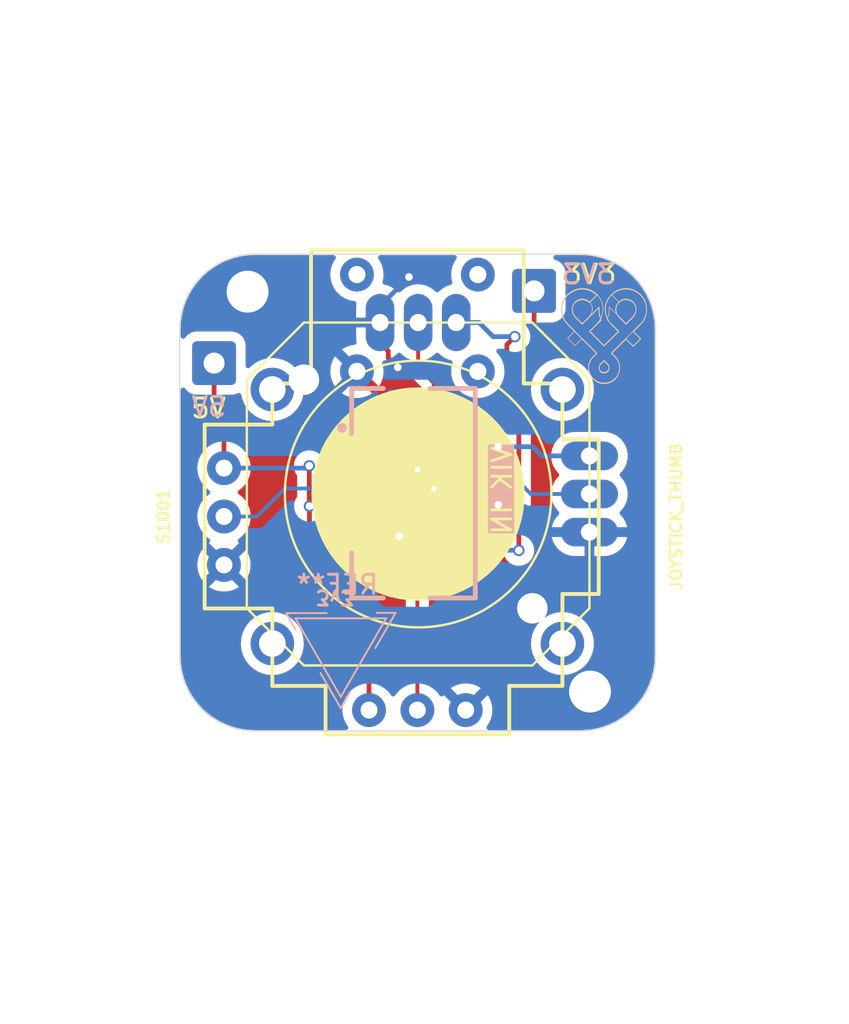
<source format=kicad_pcb>
(kicad_pcb (version 20221018) (generator pcbnew)
  (layers (0 "F.Cu" signal) (31 "B.Cu" signal) (34 "B.Paste" user) (35 "F.Paste" user) (36 "B.SilkS" user "B.Silkscreen") (37 "F.SilkS" user "F.Silkscreen") (38 "B.Mask" user) (39 "F.Mask" user) (44 "Edge.Cuts" user))
  (net 0 "")
  (net 1 "GND")
  (net 2 "VDD_5V")
  (net 3 "VDD_3.3V")
  (net 4 "SCLK")
  (net 5 "MOSI")
  (net 6 "MISO")
  (net 8 "RGB_LED_IN")
  (net 9 "CS")
  (net 10 "GPIO_AD2")
  (net 11 "GPIO_AD1")
  (net 12 "SCL")
  (net 13 "SDA")
  (footprint "local:sparkfun_9032_joystick_thumb" (layer "F.Cu") (at 81.569194 111.984771)
    (fp_text reference "S1001" (at -13.335 0 90) (layer "F.SilkS") (effects (font (size 0.6096 0.6096) (thickness 0.127))))
    (fp_text value "JOYSTICK_THUMB" (at 13.589 0 90) (layer "F.SilkS") (effects (font (size 0.6096 0.6096) (thickness 0.127))))
    (fp_line (start -11.176 -4.826) (end -11.176 4.826) (stroke (width 0.2032)) (layer "F.SilkS"))
    (fp_line (start -7.62 -4.826) (end -11.176 -4.826) (stroke (width 0.2032)) (layer "F.SilkS"))
    (fp_line (start -7.62 -4.826) (end -7.62 -6.985) (stroke (width 0.2032)) (layer "F.SilkS"))
    (fp_line (start -7.62 4.826) (end -11.176 4.826) (stroke (width 0.2032)) (layer "F.SilkS"))
    (fp_line (start -7.62 4.826) (end -7.62 8.89) (stroke (width 0.2032)) (layer "F.SilkS"))
    (fp_line (start -5.588 -13.97) (end -5.588 -6.985) (stroke (width 0.2032)) (layer "F.SilkS"))
    (fp_line (start -5.588 -6.985) (end -7.62 -6.985) (stroke (width 0.2032)) (layer "F.SilkS"))
    (fp_line (start -4.826 8.89) (end -7.62 8.89) (stroke (width 0.2032)) (layer "F.SilkS"))
    (fp_line (start -4.826 11.43) (end -4.826 8.89) (stroke (width 0.2032)) (layer "F.SilkS"))
    (fp_line (start 4.826 8.89) (end 7.62 8.89) (stroke (width 0.2032)) (layer "F.SilkS"))
    (fp_line (start 4.826 11.43) (end -4.826 11.43) (stroke (width 0.2032)) (layer "F.SilkS"))
    (fp_line (start 4.826 11.43) (end 4.826 8.89) (stroke (width 0.2032)) (layer "F.SilkS"))
    (fp_line (start 5.588 -13.97) (end -5.588 -13.97) (stroke (width 0.2032)) (layer "F.SilkS"))
    (fp_line (start 5.588 -13.97) (end 5.588 -6.985) (stroke (width 0.2032)) (layer "F.SilkS"))
    (fp_line (start 7.62 -6.985) (end 5.588 -6.985) (stroke (width 0.2032)) (layer "F.SilkS"))
    (fp_line (start 7.62 -4.064) (end 7.62 -6.985) (stroke (width 0.2032)) (layer "F.SilkS"))
    (fp_line (start 7.62 -4.064) (end 9.525 -4.064) (stroke (width 0.2032)) (layer "F.SilkS"))
    (fp_line (start 7.62 4.064) (end 7.62 8.89) (stroke (width 0.2032)) (layer "F.SilkS"))
    (fp_line (start 7.62 4.064) (end 9.525 4.064) (stroke (width 0.2032)) (layer "F.SilkS"))
    (fp_line (start 9.525 -4.064) (end 9.525 4.064) (stroke (width 0.2032)) (layer "F.SilkS"))
    (fp_circle (center 0 0) (end 0 -0.635) (stroke (width 0.2032)) (fill none) (layer "F.SilkS"))
    (pad "B1A" thru_hole circle (at -3.175 -12.7) (size 1.778 1.778) (drill 0.89916) (layers "*.Cu" "*.Mask"))
    (pad "B1B" thru_hole circle (at 3.175 -12.7) (size 1.778 1.778) (drill 0.89916) (layers "*.Cu" "*.Mask"))
    (pad "B2A" thru_hole circle (at -3.175 -7.62) (size 1.778 1.778) (drill 0.89916) (layers "*.Cu" "*.Mask") (net 1 "GND"))
    (pad "B2B" thru_hole circle (at 3.175 -7.62) (size 1.778 1.778) (drill 0.89916) (layers "*.Cu" "*.Mask"))
    (pad "H1" thru_hole circle (at -2.54 10.16) (size 1.778 1.778) (drill 0.889) (layers "*.Cu" "*.Mask") (net 2 "VDD_5V"))
    (pad "H2" thru_hole circle (at 0 10.16) (size 1.778 1.778) (drill 0.889) (layers "*.Cu" "*.Mask") (net 10 "GPIO_AD2"))
    (pad "H3" thru_hole circle (at 2.54 10.16) (size 1.778 1.778) (drill 0.889) (layers "*.Cu" "*.Mask") (net 1 "GND"))
    (pad "MOUN" thru_hole circle (at -7.62 -6.6675) (size 2.286 2.286) (drill 1.397) (layers "*.Cu" "*.Mask"))
    (pad "MOUN" thru_hole circle (at -7.62 6.6675) (size 2.286 2.286) (drill 1.397) (layers "*.Cu" "*.Mask"))
    (pad "MOUN" thru_hole circle (at 7.62 -6.6675) (size 2.286 2.286) (drill 1.397) (layers "*.Cu" "*.Mask"))
    (pad "MOUN" thru_hole circle (at 7.62 6.6675) (size 2.286 2.286) (drill 1.397) (layers "*.Cu" "*.Mask"))
    (pad "V1" thru_hole circle (at -10.16 -2.54) (size 1.778 1.778) (drill 0.889) (layers "*.Cu" "*.Mask") (net 2 "VDD_5V"))
    (pad "V2" thru_hole circle (at -10.16 0) (size 1.778 1.778) (drill 0.889) (layers "*.Cu" "*.Mask") (net 11 "GPIO_AD1"))
    (pad "V3" thru_hole circle (at -10.16 2.54) (size 1.778 1.778) (drill 0.889) (layers "*.Cu" "*.Mask") (net 1 "GND"))
  )
  (footprint "MountingHole:MountingHole_2.2mm_M2_ISO7380" (layer "F.Cu") (at 72.648 100.181999)
    (fp_text reference "REF**" hide)
    (fp_text value "MountingHole_2.2mm_M2_ISO7380")
    (pad "" np_thru_hole circle (at 0 0) (size 2.2 2.2) (drill 2.2) (layers "*.Cu" "*.Mask"))
  )
  (footprint "local:fingerpunch-logo-small" (layer "F.Cu") (at 91.379194 102.322271)
    (fp_text reference "REF**" hide)
    (fp_text value "fingerpunch-logo-small" hide)
    (fp_line (start -2.235199 -1.193481) (end -2.21435 -0.979777) (stroke (width 0.04)) (layer "F.SilkS"))
    (fp_line (start -2.21435 -1.407105) (end -2.235199 -1.193481) (stroke (width 0.04)) (layer "F.SilkS"))
    (fp_line (start -2.21435 -0.979777) (end -2.153072 -0.777133) (stroke (width 0.04)) (layer "F.SilkS"))
    (fp_line (start -2.153073 -1.609617) (end -2.21435 -1.407105) (stroke (width 0.04)) (layer "F.SilkS"))
    (fp_line (start -2.153072 -0.777133) (end -2.053272 -0.59047) (stroke (width 0.04)) (layer "F.SilkS"))
    (fp_line (start -2.053272 -1.796253) (end -2.153073 -1.609617) (stroke (width 0.04)) (layer "F.SilkS"))
    (fp_line (start -2.053272 -0.59047) (end -1.916853 -0.424709) (stroke (width 0.04)) (layer "F.SilkS"))
    (fp_line (start -1.916853 -1.962253) (end -2.053272 -1.796253) (stroke (width 0.04)) (layer "F.SilkS"))
    (fp_line (start -1.916853 -0.424709) (end -0.390027 1.102123) (stroke (width 0.04)) (layer "F.SilkS"))
    (fp_line (start -1.746444 -2.101345) (end -1.916853 -1.962253) (stroke (width 0.04)) (layer "F.SilkS"))
    (fp_line (start -1.683736 -1.193481) (end -1.643167 -1.398727) (stroke (width 0.04)) (layer "F.SilkS"))
    (fp_line (start -1.643167 -1.398727) (end -1.526821 -1.572223) (stroke (width 0.04)) (layer "F.SilkS"))
    (fp_line (start -1.643167 -0.988447) (end -1.683736 -1.193481) (stroke (width 0.04)) (layer "F.SilkS"))
    (fp_line (start -1.557302 -2.200696) (end -1.746444 -2.101345) (stroke (width 0.04)) (layer "F.SilkS"))
    (fp_line (start -1.526821 -1.572223) (end -1.349639 -1.689698) (stroke (width 0.04)) (layer "F.SilkS"))
    (fp_line (start -1.526821 -0.814739) (end -1.643167 -0.988447) (stroke (width 0.04)) (layer "F.SilkS"))
    (fp_line (start -1.355672 -2.260306) (end -1.557302 -2.200696) (stroke (width 0.04)) (layer "F.SilkS"))
    (fp_line (start -1.349639 -1.689698) (end -1.147797 -1.728856) (stroke (width 0.04)) (layer "F.SilkS"))
    (fp_line (start -1.148079 -0.435997) (end -1.526821 -0.814739) (stroke (width 0.04)) (layer "F.SilkS"))
    (fp_line (start -1.147798 -2.280176) (end -1.355672 -2.260306) (stroke (width 0.04)) (layer "F.SilkS"))
    (fp_line (start -1.147797 -1.728856) (end -0.945955 -1.689698) (stroke (width 0.04)) (layer "F.SilkS"))
    (fp_line (start -0.945955 -1.689698) (end -0.768773 -1.572223) (stroke (width 0.04)) (layer "F.SilkS"))
    (fp_line (start -0.939924 -2.260306) (end -1.147798 -2.280176) (stroke (width 0.04)) (layer "F.SilkS"))
    (fp_line (start -0.816182 1.867226) (end -0.801259 2.023394) (stroke (width 0.04)) (layer "F.SilkS"))
    (fp_line (start -0.801259 1.711059) (end -0.816182 1.867226) (stroke (width 0.04)) (layer "F.SilkS"))
    (fp_line (start -0.801259 2.023394) (end -0.756492 2.174866) (stroke (width 0.04)) (layer "F.SilkS"))
    (fp_line (start -0.768773 -1.572223) (end -0.378743 -1.962253) (stroke (width 0.04)) (layer "F.SilkS"))
    (fp_line (start -0.757487 -0.045957) (end -0.160869 -0.642575) (stroke (width 0.04)) (layer "F.SilkS"))
    (fp_line (start -0.756492 1.559587) (end -0.801259 1.711059) (stroke (width 0.04)) (layer "F.SilkS"))
    (fp_line (start -0.756492 2.174866) (end -0.68188 2.316945) (stroke (width 0.04)) (layer "F.SilkS"))
    (fp_line (start -0.738294 -2.200696) (end -0.939924 -2.260306) (stroke (width 0.04)) (layer "F.SilkS"))
    (fp_line (start -0.68188 1.417508) (end -0.756492 1.559587) (stroke (width 0.04)) (layer "F.SilkS"))
    (fp_line (start -0.68188 2.316945) (end -0.577422 2.444934) (stroke (width 0.04)) (layer "F.SilkS"))
    (fp_line (start -0.577422 1.289518) (end -0.68188 1.417508) (stroke (width 0.04)) (layer "F.SilkS"))
    (fp_line (start -0.577422 2.444934) (end -0.449408 2.549392) (stroke (width 0.04)) (layer "F.SilkS"))
    (fp_line (start -0.549152 -2.101345) (end -0.738294 -2.200696) (stroke (width 0.04)) (layer "F.SilkS"))
    (fp_line (start -0.449408 2.549392) (end -0.307265 2.624004) (stroke (width 0.04)) (layer "F.SilkS"))
    (fp_line (start -0.390027 1.102123) (end -0.577422 1.289518) (stroke (width 0.04)) (layer "F.SilkS"))
    (fp_line (start -0.378743 -1.962253) (end -0.549152 -2.101345) (stroke (width 0.04)) (layer "F.SilkS"))
    (fp_line (start -0.307265 2.624004) (end -0.155704 2.668772) (stroke (width 0.04)) (layer "F.SilkS"))
    (fp_line (start -0.273758 -1.202503) (end -0.268113 -1.315956) (stroke (width 0.04)) (layer "F.SilkS"))
    (fp_line (start -0.268113 -1.315956) (end -1.148079 -0.435997) (stroke (width 0.04)) (layer "F.SilkS"))
    (fp_line (start -0.264873 1.867783) (end -0.245505 1.767806) (stroke (width 0.04)) (layer "F.SilkS"))
    (fp_line (start -0.245505 1.767806) (end -0.187403 1.680105) (stroke (width 0.04)) (layer "F.SilkS"))
    (fp_line (start -0.245505 1.967761) (end -0.264873 1.867783) (stroke (width 0.04)) (layer "F.SilkS"))
    (fp_line (start -0.245465 -0.914707) (end -0.273758 -1.202503) (stroke (width 0.04)) (layer "F.SilkS"))
    (fp_line (start -0.187403 1.680105) (end -0.000008 1.49271) (stroke (width 0.04)) (layer "F.SilkS"))
    (fp_line (start -0.187403 2.055461) (end -0.245505 1.967761) (stroke (width 0.04)) (layer "F.SilkS"))
    (fp_line (start -0.160869 -0.642575) (end -0.245465 -0.914707) (stroke (width 0.04)) (layer "F.SilkS"))
    (fp_line (start -0.155704 2.668772) (end 0.000568 2.683694) (stroke (width 0.04)) (layer "F.SilkS"))
    (fp_line (start -0.100496 2.111976) (end -0.187403 2.055461) (stroke (width 0.04)) (layer "F.SilkS"))
    (fp_line (start -0.000008 1.49271) (end 0.187388 1.680105) (stroke (width 0.04)) (layer "F.SilkS"))
    (fp_line (start -0.000007 0.712083) (end -0.757487 -0.045957) (stroke (width 0.04)) (layer "F.SilkS"))
    (fp_line (start -0.000007 0.712083) (end -0.000007 0.712083) (stroke (width 0.04)) (layer "F.SilkS"))
    (fp_line (start 0.000275 2.130814) (end -0.100496 2.111976) (stroke (width 0.04)) (layer "F.SilkS"))
    (fp_line (start 0.000568 2.683694) (end 0.15676 2.668772) (stroke (width 0.04)) (layer "F.SilkS"))
    (fp_line (start 0.056445 -1.200806) (end 0.097649 -0.901086) (stroke (width 0.04)) (layer "F.SilkS"))
    (fp_line (start 0.072919 -1.387735) (end 0.056445 -1.200806) (stroke (width 0.04)) (layer "F.SilkS"))
    (fp_line (start 0.097649 -0.901086) (end 0.204682 -0.648286) (stroke (width 0.04)) (layer "F.SilkS"))
    (fp_line (start 0.101046 2.111976) (end 0.000275 2.130814) (stroke (width 0.04)) (layer "F.SilkS"))
    (fp_line (start 0.120509 -1.566355) (end 0.072919 -1.387735) (stroke (width 0.04)) (layer "F.SilkS"))
    (fp_line (start 0.15676 2.668772) (end 0.30819 2.624004) (stroke (width 0.04)) (layer "F.SilkS"))
    (fp_line (start 0.187388 1.680105) (end 0.245821 1.767726) (stroke (width 0.04)) (layer "F.SilkS"))
    (fp_line (start 0.187953 2.055461) (end 0.101046 2.111976) (stroke (width 0.04)) (layer "F.SilkS"))
    (fp_line (start 0.187953 2.055461) (end 0.187953 2.055461) (stroke (width 0.04)) (layer "F.SilkS"))
    (fp_line (start 0.197732 -1.733651) (end 0.120509 -1.566355) (stroke (width 0.04)) (layer "F.SilkS"))
    (fp_line (start 0.204682 -0.648286) (end 0.374791 -0.428082) (stroke (width 0.04)) (layer "F.SilkS"))
    (fp_line (start 0.245821 1.767726) (end 0.265357 1.867571) (stroke (width 0.04)) (layer "F.SilkS"))
    (fp_line (start 0.24605 1.967522) (end 0.187953 2.055461) (stroke (width 0.04)) (layer "F.SilkS"))
    (fp_line (start 0.265357 1.867571) (end 0.24605 1.967522) (stroke (width 0.04)) (layer "F.SilkS"))
    (fp_line (start 0.303107 -1.886606) (end 0.197732 -1.733651) (stroke (width 0.04)) (layer "F.SilkS"))
    (fp_line (start 0.30819 2.624004) (end 0.450306 2.549392) (stroke (width 0.04)) (layer "F.SilkS"))
    (fp_line (start 0.374791 -0.428082) (end 0.757485 -0.045388) (stroke (width 0.04)) (layer "F.SilkS"))
    (fp_line (start 0.379871 -1.971273) (end 0.303107 -1.886606) (stroke (width 0.04)) (layer "F.SilkS"))
    (fp_line (start 0.390033 1.102123) (end 1.148081 0.344075) (stroke (width 0.04)) (layer "F.SilkS"))
    (fp_line (start 0.450306 2.549392) (end 0.578558 2.444934) (stroke (width 0.04)) (layer "F.SilkS"))
    (fp_line (start 0.550178 -2.108433) (end 0.379871 -1.971273) (stroke (width 0.04)) (layer "F.SilkS"))
    (fp_line (start 0.578558 1.289518) (end 0.390033 1.102123) (stroke (width 0.04)) (layer "F.SilkS"))
    (fp_line (start 0.578558 2.444934) (end 0.683015 2.316945) (stroke (width 0.04)) (layer "F.SilkS"))
    (fp_line (start 0.609042 -1.199689) (end 0.641215 -1.378053) (stroke (width 0.04)) (layer "F.SilkS"))
    (fp_line (start 0.641215 -1.378053) (end 0.730962 -1.534405) (stroke (width 0.04)) (layer "F.SilkS"))
    (fp_line (start 0.649188 -0.993314) (end 0.609042 -1.199689) (stroke (width 0.04)) (layer "F.SilkS"))
    (fp_line (start 0.683015 1.417508) (end 0.578558 1.289518) (stroke (width 0.04)) (layer "F.SilkS"))
    (fp_line (start 0.683015 2.316945) (end 0.757627 2.174866) (stroke (width 0.04)) (layer "F.SilkS"))
    (fp_line (start 0.730962 -1.534405) (end 0.768215 -1.578996) (stroke (width 0.04)) (layer "F.SilkS"))
    (fp_line (start 0.739025 -2.206223) (end 0.550178 -2.108433) (stroke (width 0.04)) (layer "F.SilkS"))
    (fp_line (start 0.757485 -0.045388) (end -0.000007 0.712083) (stroke (width 0.04)) (layer "F.SilkS"))
    (fp_line (start 0.757627 1.559587) (end 0.683015 1.417508) (stroke (width 0.04)) (layer "F.SilkS"))
    (fp_line (start 0.757627 2.174866) (end 0.802395 2.023394) (stroke (width 0.04)) (layer "F.SilkS"))
    (fp_line (start 0.765957 -0.818689) (end 0.649188 -0.993314) (stroke (width 0.04)) (layer "F.SilkS"))
    (fp_line (start 0.768215 -1.578996) (end 0.769344 -1.580125) (stroke (width 0.04)) (layer "F.SilkS"))
    (fp_line (start 0.769344 -1.580125) (end 0.94411 -1.694213) (stroke (width 0.04)) (layer "F.SilkS"))
    (fp_line (start 0.802395 1.711059) (end 0.757627 1.559587) (stroke (width 0.04)) (layer "F.SilkS"))
    (fp_line (start 0.802395 2.023394) (end 0.817317 1.867226) (stroke (width 0.04)) (layer "F.SilkS"))
    (fp_line (start 0.817317 1.867226) (end 0.802395 1.711059) (stroke (width 0.04)) (layer "F.SilkS"))
    (fp_line (start 0.940189 -2.264643) (end 0.739025 -2.206223) (stroke (width 0.04)) (layer "F.SilkS"))
    (fp_line (start 0.94411 -1.694213) (end 1.143006 -1.732525) (stroke (width 0.04)) (layer "F.SilkS"))
    (fp_line (start 1.143006 -1.732525) (end 1.347052 -1.692661) (stroke (width 0.04)) (layer "F.SilkS"))
    (fp_line (start 1.147444 -2.283693) (end 0.940189 -2.264643) (stroke (width 0.04)) (layer "F.SilkS"))
    (fp_line (start 1.148081 0.344075) (end 1.526823 0.722817) (stroke (width 0.04)) (layer "F.SilkS"))
    (fp_line (start 1.148651 -0.435995) (end 0.765957 -0.818689) (stroke (width 0.04)) (layer "F.SilkS"))
    (fp_line (start 1.347052 -1.692661) (end 1.527392 -1.572787) (stroke (width 0.04)) (layer "F.SilkS"))
    (fp_line (start 1.354568 -2.263373) (end 1.147444 -2.283693) (stroke (width 0.04)) (layer "F.SilkS"))
    (fp_line (start 1.526823 0.722817) (end 1.916853 0.332787) (stroke (width 0.04)) (layer "F.SilkS"))
    (fp_line (start 1.527392 -1.572787) (end 1.643738 -1.399079) (stroke (width 0.04)) (layer "F.SilkS"))
    (fp_line (start 1.527393 -0.814737) (end 1.148651 -0.435995) (stroke (width 0.04)) (layer "F.SilkS"))
    (fp_line (start 1.527393 -0.814737) (end 1.527393 -0.814737) (stroke (width 0.04)) (layer "F.SilkS"))
    (fp_line (start 1.538111 -0.045955) (end 1.916853 -0.424697) (stroke (width 0.04)) (layer "F.SilkS"))
    (fp_line (start 1.555334 -2.203683) (end 1.354568 -2.263373) (stroke (width 0.04)) (layer "F.SilkS"))
    (fp_line (start 1.643733 -0.98894) (end 1.527393 -0.814737) (stroke (width 0.04)) (layer "F.SilkS"))
    (fp_line (start 1.643738 -1.399079) (end 1.684307 -1.194045) (stroke (width 0.04)) (layer "F.SilkS"))
    (fp_line (start 1.684307 -1.194045) (end 1.643733 -0.98894) (stroke (width 0.04)) (layer "F.SilkS"))
    (fp_line (start 1.74352 -2.104623) (end 1.555334 -2.203683) (stroke (width 0.04)) (layer "F.SilkS"))
    (fp_line (start 1.912901 -1.966193) (end 1.74352 -2.104623) (stroke (width 0.04)) (layer "F.SilkS"))
    (fp_line (start 1.916853 -0.424697) (end 2.053272 -0.590697) (stroke (width 0.04)) (layer "F.SilkS"))
    (fp_line (start 1.916853 0.332787) (end 1.538111 -0.045955) (stroke (width 0.04)) (layer "F.SilkS"))
    (fp_line (start 2.051605 -1.798148) (end 1.912901 -1.966193) (stroke (width 0.04)) (layer "F.SilkS"))
    (fp_line (start 2.053272 -0.590697) (end 2.153073 -0.777333) (stroke (width 0.04)) (layer "F.SilkS"))
    (fp_line (start 2.152578 -1.610311) (end 2.051605 -1.798148) (stroke (width 0.04)) (layer "F.SilkS"))
    (fp_line (start 2.153073 -0.777333) (end 2.21435 -0.979845) (stroke (width 0.04)) (layer "F.SilkS"))
    (fp_line (start 2.214288 -1.407234) (end 2.152578 -1.610311) (stroke (width 0.04)) (layer "F.SilkS"))
    (fp_line (start 2.21435 -0.979845) (end 2.235199 -1.193469) (stroke (width 0.04)) (layer "F.SilkS"))
    (fp_line (start 2.235199 -1.193469) (end 2.214288 -1.407234) (stroke (width 0.04)) (layer "F.SilkS"))
  )
  (footprint "" (layer "F.Cu") (at 81.648 100.181999)
    (fp_text reference "" (at 0 0) (layer "F.SilkS") (effects (font (size 1.27 1.27))))
    (fp_text value "" (at 0 0) (layer "F.SilkS") (effects (font (size 1.27 1.27))))
  )
  (footprint "" (layer "F.Cu") (at 81.648 100.181999)
    (fp_text reference "" (at 0 0) (layer "F.SilkS") (effects (font (size 1.27 1.27))))
    (fp_text value "" (at 0 0) (layer "F.SilkS") (effects (font (size 1.27 1.27))))
  )
  (footprint "local:joystick_analog_xy" (layer "F.Cu") (at 81.609194 110.802271)
    (fp_text reference "JOY1001" hide)
    (fp_text value "JOYSTICK_ANALOG_XY" hide)
    (fp_line (start -9 -6) (end -6 -9) (stroke (width 0.127)) (layer "F.SilkS"))
    (fp_line (start -9 6) (end -9 -6) (stroke (width 0.127)) (layer "F.SilkS"))
    (fp_line (start -6 -9) (end 6 -9) (stroke (width 0.127)) (layer "F.SilkS"))
    (fp_line (start -6 9) (end -9 6) (stroke (width 0.127)) (layer "F.SilkS"))
    (fp_line (start 6 -9) (end 9 -6) (stroke (width 0.127)) (layer "F.SilkS"))
    (fp_line (start 6 9) (end -6 9) (stroke (width 0.127)) (layer "F.SilkS"))
    (fp_line (start 9 -6) (end 9 6) (stroke (width 0.127)) (layer "F.SilkS"))
    (fp_line (start 9 6) (end 6 9) (stroke (width 0.127)) (layer "F.SilkS"))
    (fp_circle (center 0 0) (end 7 0) (stroke (width 0.127)) (fill none) (layer "F.SilkS"))
    (fp_poly (pts (xy 0 -5.6) (xy 0.488072 -5.57869) (xy 0.97243 -5.514923) (xy 1.449387 -5.409185) (xy 1.915313 -5.262279) (xy 2.366662 -5.075324) (xy 2.8 -4.849742) (xy 3.212028 -4.587251) (xy 3.599611 -4.289849) (xy 3.959798 -3.959798) (xy 4.289849 -3.599611) (xy 4.587251 -3.212028) (xy 4.849742 -2.8) (xy 5.075324 -2.366662) (xy 5.262279 -1.915313) (xy 5.409185 -1.449387) (xy 5.514923 -0.97243) (xy 5.57869 -0.488072) (xy 5.6 0) (xy 5.57869 0.488072) (xy 5.514923 0.97243) (xy 5.409185 1.449387) (xy 5.262279 1.915313) (xy 5.075324 2.366662) (xy 4.849742 2.8) (xy 4.587251 3.212028) (xy 4.289849 3.599611) (xy 3.959798 3.959798) (xy 3.599611 4.289849) (xy 3.212028 4.587251) (xy 2.8 4.849742) (xy 2.366662 5.075324) (xy 1.915313 5.262279) (xy 1.449387 5.409185) (xy 0.97243 5.514923) (xy 0.488072 5.57869) (xy 0 5.6) (xy -0.488072 5.57869) (xy -0.97243 5.514923) (xy -1.449387 5.409185) (xy -1.915313 5.262279) (xy -2.366662 5.075324) (xy -2.8 4.849742) (xy -3.212028 4.587251) (xy -3.599611 4.289849) (xy -3.959798 3.959798) (xy -4.289849 3.599611) (xy -4.587251 3.212028) (xy -4.849742 2.8) (xy -5.075324 2.366662) (xy -5.262279 1.915313) (xy -5.409185 1.449387) (xy -5.514923 0.97243) (xy -5.57869 0.488072) (xy -5.6 0) (xy -5.57869 -0.488072) (xy -5.514923 -0.97243) (xy -5.409185 -1.449387) (xy -5.262279 -1.915313) (xy -5.075324 -2.366662) (xy -4.849742 -2.8) (xy -4.587251 -3.212028) (xy -4.289849 -3.599611) (xy -3.959798 -3.959798) (xy -3.599611 -4.289849) (xy -3.212028 -4.587251) (xy -2.8 -4.849742) (xy -2.366662 -5.075324) (xy -1.915313 -5.262279) (xy -1.449387 -5.409185) (xy -0.97243 -5.514923) (xy -0.488072 -5.57869)) (fill solid) (layer "F.SilkS"))
    (pad "" np_thru_hole circle (at -6 -6) (size 1.6 1.6) (drill 1.6) (layers "*.Cu" "*.Mask"))
    (pad "" np_thru_hole circle (at 6 6) (size 1.6 1.6) (drill 1.6) (layers "*.Cu" "*.Mask"))
    (pad "X" thru_hole oval (at 0 -9 90) (size 3 1.5) (drill 0.9) (layers "*.Cu" "*.Mask") (net 11 "GPIO_AD1"))
    (pad "X+" thru_hole oval (at 2 -9 90) (size 3 1.5) (drill 0.9) (layers "*.Cu" "*.Mask") (net 2 "VDD_5V"))
    (pad "X-" thru_hole oval (at -2 -9 90) (size 3 1.5) (drill 0.9) (layers "*.Cu" "*.Mask") (net 1 "GND"))
    (pad "Y" thru_hole oval (at 9 0) (size 3 1.5) (drill 0.9) (layers "*.Cu" "*.Mask") (net 10 "GPIO_AD2"))
    (pad "Y+" thru_hole oval (at 9 -2) (size 3 1.5) (drill 0.9) (layers "*.Cu" "*.Mask") (net 2 "VDD_5V"))
    (pad "Y-" thru_hole oval (at 9 2) (size 3 1.5) (drill 0.9) (layers "*.Cu" "*.Mask") (net 1 "GND"))
  )
  (footprint "MountingHole:MountingHole_2.2mm_M2_ISO7380" (layer "F.Cu") (at 90.638 121.171999 90)
    (fp_text reference "REF**" hide)
    (fp_text value "MountingHole_2.2mm_M2_ISO7380")
    (pad "" np_thru_hole circle (at 0 0 90) (size 2.2 2.2) (drill 2.2) (layers "*.Cu" "*.Mask"))
  )
  (footprint "Connector_Wire:SolderWire-0.5sqmm_1x01_D0.9mm_OD2.3mm" (layer "F.Cu") (at 87.699194 100.142271)
    (fp_text reference "J1001" hide)
    (fp_text value "Conn_01x01_Socket" hide)
    (pad "1" thru_hole roundrect (at 0 0) (size 2.3 2.3) (drill 1.1) (layers "*.Cu" "*.Mask") (roundrect_rratio 0.108696087) (net 3 "VDD_3.3V"))
  )
  (footprint "Connector_Wire:SolderWire-0.5sqmm_1x01_D0.9mm_OD2.3mm" (layer "F.Cu") (at 70.889194 103.932271)
    (fp_text reference "J1007" hide)
    (fp_text value "Conn_01x01_Socket" hide)
    (pad "1" thru_hole roundrect (at 0 0) (size 2.3 2.3) (drill 1.1) (layers "*.Cu" "*.Mask") (roundrect_rratio 0.108696087) (net 2 "VDD_5V"))
  )
  (footprint "vik:vik-logo-small" (layer "B.Cu") (at 77.543971 118.847888 180)
    (fp_text reference "REF**" (at 0.18 3.29 unlocked) (layer "B.SilkS") (effects (justify mirror)))
    (fp_text value "vik-logo-small")
    (fp_line (start -2.880161 1.806346) (end -1.892323 1.805976) (stroke (width 0.1)) (layer "B.SilkS"))
    (fp_line (start -2.383804 1.52) (end 2.38 1.52) (stroke (width 0.1)) (layer "B.SilkS"))
    (fp_line (start -1.815689 -0.036813) (end -2.880161 1.806346) (stroke (width 0.1)) (layer "B.SilkS"))
    (fp_line (start -0.001902 -2.605575) (end -2.383804 1.52) (stroke (width 0.1)) (layer "B.SilkS"))
    (fp_line (start 0.000114 -3.195112) (end -0.493459 -2.339419) (stroke (width 0.1)) (layer "B.SilkS"))
    (fp_line (start 0.741256 1.793386) (end 2.869715 1.793686) (stroke (width 0.1)) (layer "B.SilkS"))
    (fp_line (start 1.064084 -1.351662) (end 0.000114 -3.195112) (stroke (width 0.1)) (layer "B.SilkS"))
    (fp_line (start 2.38 1.52) (end -0.001902 -2.605575) (stroke (width 0.1)) (layer "B.SilkS"))
    (fp_line (start 2.869715 1.793686) (end 2.375449 0.938393) (stroke (width 0.1)) (layer "B.SilkS"))
  )
  (footprint "vik:vik-module-connector-horizontal" (layer "B.Cu") (at 80.317194 110.762271 -90)
    (fp_text reference "J1003" hide)
    (fp_text value "~" hide)
    (fp_text user "VIK IN" (at -2.56 -6.282 90 unlocked) (layer "B.SilkS" knockout) (effects (justify left bottom mirror)))
    (fp_text user "3v3" (at 5.02 4.158 180 unlocked) (layer "B.SilkS") (effects (font (size 0.75 0.75)) (justify left bottom mirror)))
    (fp_line (start -5.5 -4.295) (end -5.5 -1.912) (stroke (width 0.254)) (layer "B.SilkS"))
    (fp_line (start -5.5 0.539) (end -5.5 2.2) (stroke (width 0.254)) (layer "B.SilkS"))
    (fp_line (start -5.5 2.2) (end -3.131 2.2) (stroke (width 0.254)) (layer "B.SilkS"))
    (fp_line (start 5.5 -4.295) (end -5.5 -4.295) (stroke (width 0.254)) (layer "B.SilkS"))
    (fp_line (start 5.5 -4.295) (end 5.5 -1.912) (stroke (width 0.254)) (layer "B.SilkS"))
    (fp_line (start 5.5 0.539) (end 5.5 2.2) (stroke (width 0.254)) (layer "B.SilkS"))
    (fp_line (start 5.5 2.2) (end 3.131 2.2) (stroke (width 0.254)) (layer "B.SilkS"))
    (fp_circle (center -3.429 2.708) (end -3.302 2.708) (stroke (width 0.254)) (fill none) (layer "B.SilkS"))
    (pad "1" smd rect (at -2.75 2.038 270) (size 0.28 1.25) (layers "B.Cu" "B.Paste" "B.Mask") (net 4 "SCLK"))
    (pad "2" smd rect (at -2.25 2.038 270) (size 0.28 1.25) (layers "B.Cu" "B.Paste" "B.Mask") (net 6 "MISO"))
    (pad "3" smd rect (at -1.75 2.038 270) (size 0.28 1.25) (layers "B.Cu" "B.Paste" "B.Mask") (net 9 "CS"))
    (pad "4" smd rect (at -1.25 2.038 270) (size 0.28 1.25) (layers "B.Cu" "B.Paste" "B.Mask") (net 10 "GPIO_AD2"))
    (pad "5" smd rect (at -0.75 2.038 270) (size 0.28 1.25) (layers "B.Cu" "B.Paste" "B.Mask") (net 5 "MOSI"))
    (pad "6" smd rect (at -0.25 2.038 270) (size 0.28 1.25) (layers "B.Cu" "B.Paste" "B.Mask") (net 11 "GPIO_AD1"))
    (pad "7" smd rect (at 0.25 2.038 270) (size 0.28 1.25) (layers "B.Cu" "B.Paste" "B.Mask") (net 2 "VDD_5V"))
    (pad "8" smd rect (at 0.75 2.038 270) (size 0.28 1.25) (layers "B.Cu" "B.Paste" "B.Mask") (net 8 "RGB_LED_IN"))
    (pad "9" smd rect (at 1.25 2.038 270) (size 0.28 1.25) (layers "B.Cu" "B.Paste" "B.Mask") (net 12 "SCL"))
    (pad "10" smd rect (at 1.75 2.038 270) (size 0.28 1.25) (layers "B.Cu" "B.Paste" "B.Mask") (net 13 "SDA"))
    (pad "11" smd rect (at 2.25 2.038 270) (size 0.28 1.25) (layers "B.Cu" "B.Paste" "B.Mask") (net 1 "GND"))
    (pad "12" smd rect (at 2.75 2.038 270) (size 0.28 1.25) (layers "B.Cu" "B.Paste" "B.Mask") (net 3 "VDD_3.3V"))
    (pad "13" smd rect (at 4.55 -0.686 270) (size 1.8 2) (layers "B.Cu" "B.Paste" "B.Mask"))
    (pad "14" smd rect (at -4.55 -0.686 270) (size 1.8 2) (layers "B.Cu" "B.Paste" "B.Mask"))
  )
  (footprint "local:fingerpunch-logo-small" (layer "B.Cu") (at 91.379194 102.292271 180)
    (fp_text reference "REF**" hide)
    (fp_text value "fingerpunch-logo-small" hide)
    (fp_line (start -2.235199 1.193481) (end -2.21435 0.979777) (stroke (width 0.04)) (layer "B.SilkS"))
    (fp_line (start -2.21435 0.979777) (end -2.153072 0.777133) (stroke (width 0.04)) (layer "B.SilkS"))
    (fp_line (start -2.21435 1.407105) (end -2.235199 1.193481) (stroke (width 0.04)) (layer "B.SilkS"))
    (fp_line (start -2.153073 1.609617) (end -2.21435 1.407105) (stroke (width 0.04)) (layer "B.SilkS"))
    (fp_line (start -2.153072 0.777133) (end -2.053272 0.59047) (stroke (width 0.04)) (layer "B.SilkS"))
    (fp_line (start -2.053272 0.59047) (end -1.916853 0.424709) (stroke (width 0.04)) (layer "B.SilkS"))
    (fp_line (start -2.053272 1.796253) (end -2.153073 1.609617) (stroke (width 0.04)) (layer "B.SilkS"))
    (fp_line (start -1.916853 0.424709) (end -0.390027 -1.102123) (stroke (width 0.04)) (layer "B.SilkS"))
    (fp_line (start -1.916853 1.962253) (end -2.053272 1.796253) (stroke (width 0.04)) (layer "B.SilkS"))
    (fp_line (start -1.746444 2.101345) (end -1.916853 1.962253) (stroke (width 0.04)) (layer "B.SilkS"))
    (fp_line (start -1.683736 1.193481) (end -1.643167 1.398727) (stroke (width 0.04)) (layer "B.SilkS"))
    (fp_line (start -1.643167 0.988447) (end -1.683736 1.193481) (stroke (width 0.04)) (layer "B.SilkS"))
    (fp_line (start -1.643167 1.398727) (end -1.526821 1.572223) (stroke (width 0.04)) (layer "B.SilkS"))
    (fp_line (start -1.557302 2.200696) (end -1.746444 2.101345) (stroke (width 0.04)) (layer "B.SilkS"))
    (fp_line (start -1.526821 0.814739) (end -1.643167 0.988447) (stroke (width 0.04)) (layer "B.SilkS"))
    (fp_line (start -1.526821 1.572223) (end -1.349639 1.689698) (stroke (width 0.04)) (layer "B.SilkS"))
    (fp_line (start -1.355672 2.260306) (end -1.557302 2.200696) (stroke (width 0.04)) (layer "B.SilkS"))
    (fp_line (start -1.349639 1.689698) (end -1.147797 1.728856) (stroke (width 0.04)) (layer "B.SilkS"))
    (fp_line (start -1.148079 0.435997) (end -1.526821 0.814739) (stroke (width 0.04)) (layer "B.SilkS"))
    (fp_line (start -1.147798 2.280176) (end -1.355672 2.260306) (stroke (width 0.04)) (layer "B.SilkS"))
    (fp_line (start -1.147797 1.728856) (end -0.945955 1.689698) (stroke (width 0.04)) (layer "B.SilkS"))
    (fp_line (start -0.945955 1.689698) (end -0.768773 1.572223) (stroke (width 0.04)) (layer "B.SilkS"))
    (fp_line (start -0.939924 2.260306) (end -1.147798 2.280176) (stroke (width 0.04)) (layer "B.SilkS"))
    (fp_line (start -0.816182 -1.867226) (end -0.801259 -2.023394) (stroke (width 0.04)) (layer "B.SilkS"))
    (fp_line (start -0.801259 -2.023394) (end -0.756492 -2.174866) (stroke (width 0.04)) (layer "B.SilkS"))
    (fp_line (start -0.801259 -1.711059) (end -0.816182 -1.867226) (stroke (width 0.04)) (layer "B.SilkS"))
    (fp_line (start -0.768773 1.572223) (end -0.378743 1.962253) (stroke (width 0.04)) (layer "B.SilkS"))
    (fp_line (start -0.757487 0.045957) (end -0.160869 0.642575) (stroke (width 0.04)) (layer "B.SilkS"))
    (fp_line (start -0.756492 -2.174866) (end -0.68188 -2.316945) (stroke (width 0.04)) (layer "B.SilkS"))
    (fp_line (start -0.756492 -1.559587) (end -0.801259 -1.711059) (stroke (width 0.04)) (layer "B.SilkS"))
    (fp_line (start -0.738294 2.200696) (end -0.939924 2.260306) (stroke (width 0.04)) (layer "B.SilkS"))
    (fp_line (start -0.68188 -2.316945) (end -0.577422 -2.444934) (stroke (width 0.04)) (layer "B.SilkS"))
    (fp_line (start -0.68188 -1.417508) (end -0.756492 -1.559587) (stroke (width 0.04)) (layer "B.SilkS"))
    (fp_line (start -0.577422 -2.444934) (end -0.449408 -2.549392) (stroke (width 0.04)) (layer "B.SilkS"))
    (fp_line (start -0.577422 -1.289518) (end -0.68188 -1.417508) (stroke (width 0.04)) (layer "B.SilkS"))
    (fp_line (start -0.549152 2.101345) (end -0.738294 2.200696) (stroke (width 0.04)) (layer "B.SilkS"))
    (fp_line (start -0.449408 -2.549392) (end -0.307265 -2.624004) (stroke (width 0.04)) (layer "B.SilkS"))
    (fp_line (start -0.390027 -1.102123) (end -0.577422 -1.289518) (stroke (width 0.04)) (layer "B.SilkS"))
    (fp_line (start -0.378743 1.962253) (end -0.549152 2.101345) (stroke (width 0.04)) (layer "B.SilkS"))
    (fp_line (start -0.307265 -2.624004) (end -0.155704 -2.668772) (stroke (width 0.04)) (layer "B.SilkS"))
    (fp_line (start -0.273758 1.202503) (end -0.268113 1.315956) (stroke (width 0.04)) (layer "B.SilkS"))
    (fp_line (start -0.268113 1.315956) (end -1.148079 0.435997) (stroke (width 0.04)) (layer "B.SilkS"))
    (fp_line (start -0.264873 -1.867783) (end -0.245505 -1.767806) (stroke (width 0.04)) (layer "B.SilkS"))
    (fp_line (start -0.245505 -1.967761) (end -0.264873 -1.867783) (stroke (width 0.04)) (layer "B.SilkS"))
    (fp_line (start -0.245505 -1.767806) (end -0.187403 -1.680105) (stroke (width 0.04)) (layer "B.SilkS"))
    (fp_line (start -0.245465 0.914707) (end -0.273758 1.202503) (stroke (width 0.04)) (layer "B.SilkS"))
    (fp_line (start -0.187403 -2.055461) (end -0.245505 -1.967761) (stroke (width 0.04)) (layer "B.SilkS"))
    (fp_line (start -0.187403 -1.680105) (end -0.000008 -1.49271) (stroke (width 0.04)) (layer "B.SilkS"))
    (fp_line (start -0.160869 0.642575) (end -0.245465 0.914707) (stroke (width 0.04)) (layer "B.SilkS"))
    (fp_line (start -0.155704 -2.668772) (end 0.000568 -2.683694) (stroke (width 0.04)) (layer "B.SilkS"))
    (fp_line (start -0.100496 -2.111976) (end -0.187403 -2.055461) (stroke (width 0.04)) (layer "B.SilkS"))
    (fp_line (start -0.000008 -1.49271) (end 0.187388 -1.680105) (stroke (width 0.04)) (layer "B.SilkS"))
    (fp_line (start -0.000007 -0.712083) (end -0.757487 0.045957) (stroke (width 0.04)) (layer "B.SilkS"))
    (fp_line (start -0.000007 -0.712083) (end -0.000007 -0.712083) (stroke (width 0.04)) (layer "B.SilkS"))
    (fp_line (start 0.000275 -2.130814) (end -0.100496 -2.111976) (stroke (width 0.04)) (layer "B.SilkS"))
    (fp_line (start 0.000568 -2.683694) (end 0.15676 -2.668772) (stroke (width 0.04)) (layer "B.SilkS"))
    (fp_line (start 0.056445 1.200806) (end 0.097649 0.901086) (stroke (width 0.04)) (layer "B.SilkS"))
    (fp_line (start 0.072919 1.387735) (end 0.056445 1.200806) (stroke (width 0.04)) (layer "B.SilkS"))
    (fp_line (start 0.097649 0.901086) (end 0.204682 0.648286) (stroke (width 0.04)) (layer "B.SilkS"))
    (fp_line (start 0.101046 -2.111976) (end 0.000275 -2.130814) (stroke (width 0.04)) (layer "B.SilkS"))
    (fp_line (start 0.120509 1.566355) (end 0.072919 1.387735) (stroke (width 0.04)) (layer "B.SilkS"))
    (fp_line (start 0.15676 -2.668772) (end 0.30819 -2.624004) (stroke (width 0.04)) (layer "B.SilkS"))
    (fp_line (start 0.187388 -1.680105) (end 0.245821 -1.767726) (stroke (width 0.04)) (layer "B.SilkS"))
    (fp_line (start 0.187953 -2.055461) (end 0.101046 -2.111976) (stroke (width 0.04)) (layer "B.SilkS"))
    (fp_line (start 0.187953 -2.055461) (end 0.187953 -2.055461) (stroke (width 0.04)) (layer "B.SilkS"))
    (fp_line (start 0.197732 1.733651) (end 0.120509 1.566355) (stroke (width 0.04)) (layer "B.SilkS"))
    (fp_line (start 0.204682 0.648286) (end 0.374791 0.428082) (stroke (width 0.04)) (layer "B.SilkS"))
    (fp_line (start 0.245821 -1.767726) (end 0.265357 -1.867571) (stroke (width 0.04)) (layer "B.SilkS"))
    (fp_line (start 0.24605 -1.967522) (end 0.187953 -2.055461) (stroke (width 0.04)) (layer "B.SilkS"))
    (fp_line (start 0.265357 -1.867571) (end 0.24605 -1.967522) (stroke (width 0.04)) (layer "B.SilkS"))
    (fp_line (start 0.303107 1.886606) (end 0.197732 1.733651) (stroke (width 0.04)) (layer "B.SilkS"))
    (fp_line (start 0.30819 -2.624004) (end 0.450306 -2.549392) (stroke (width 0.04)) (layer "B.SilkS"))
    (fp_line (start 0.374791 0.428082) (end 0.757485 0.045388) (stroke (width 0.04)) (layer "B.SilkS"))
    (fp_line (start 0.379871 1.971273) (end 0.303107 1.886606) (stroke (width 0.04)) (layer "B.SilkS"))
    (fp_line (start 0.390033 -1.102123) (end 1.148081 -0.344075) (stroke (width 0.04)) (layer "B.SilkS"))
    (fp_line (start 0.450306 -2.549392) (end 0.578558 -2.444934) (stroke (width 0.04)) (layer "B.SilkS"))
    (fp_line (start 0.550178 2.108433) (end 0.379871 1.971273) (stroke (width 0.04)) (layer "B.SilkS"))
    (fp_line (start 0.578558 -2.444934) (end 0.683015 -2.316945) (stroke (width 0.04)) (layer "B.SilkS"))
    (fp_line (start 0.578558 -1.289518) (end 0.390033 -1.102123) (stroke (width 0.04)) (layer "B.SilkS"))
    (fp_line (start 0.609042 1.199689) (end 0.641215 1.378053) (stroke (width 0.04)) (layer "B.SilkS"))
    (fp_line (start 0.641215 1.378053) (end 0.730962 1.534405) (stroke (width 0.04)) (layer "B.SilkS"))
    (fp_line (start 0.649188 0.993314) (end 0.609042 1.199689) (stroke (width 0.04)) (layer "B.SilkS"))
    (fp_line (start 0.683015 -2.316945) (end 0.757627 -2.174866) (stroke (width 0.04)) (layer "B.SilkS"))
    (fp_line (start 0.683015 -1.417508) (end 0.578558 -1.289518) (stroke (width 0.04)) (layer "B.SilkS"))
    (fp_line (start 0.730962 1.534405) (end 0.768215 1.578996) (stroke (width 0.04)) (layer "B.SilkS"))
    (fp_line (start 0.739025 2.206223) (end 0.550178 2.108433) (stroke (width 0.04)) (layer "B.SilkS"))
    (fp_line (start 0.757485 0.045388) (end -0.000007 -0.712083) (stroke (width 0.04)) (layer "B.SilkS"))
    (fp_line (start 0.757627 -2.174866) (end 0.802395 -2.023394) (stroke (width 0.04)) (layer "B.SilkS"))
    (fp_line (start 0.757627 -1.559587) (end 0.683015 -1.417508) (stroke (width 0.04)) (layer "B.SilkS"))
    (fp_line (start 0.765957 0.818689) (end 0.649188 0.993314) (stroke (width 0.04)) (layer "B.SilkS"))
    (fp_line (start 0.768215 1.578996) (end 0.769344 1.580125) (stroke (width 0.04)) (layer "B.SilkS"))
    (fp_line (start 0.769344 1.580125) (end 0.94411 1.694213) (stroke (width 0.04)) (layer "B.SilkS"))
    (fp_line (start 0.802395 -2.023394) (end 0.817317 -1.867226) (stroke (width 0.04)) (layer "B.SilkS"))
    (fp_line (start 0.802395 -1.711059) (end 0.757627 -1.559587) (stroke (width 0.04)) (layer "B.SilkS"))
    (fp_line (start 0.817317 -1.867226) (end 0.802395 -1.711059) (stroke (width 0.04)) (layer "B.SilkS"))
    (fp_line (start 0.940189 2.264643) (end 0.739025 2.206223) (stroke (width 0.04)) (layer "B.SilkS"))
    (fp_line (start 0.94411 1.694213) (end 1.143006 1.732525) (stroke (width 0.04)) (layer "B.SilkS"))
    (fp_line (start 1.143006 1.732525) (end 1.347052 1.692661) (stroke (width 0.04)) (layer "B.SilkS"))
    (fp_line (start 1.147444 2.283693) (end 0.940189 2.264643) (stroke (width 0.04)) (layer "B.SilkS"))
    (fp_line (start 1.148081 -0.344075) (end 1.526823 -0.722817) (stroke (width 0.04)) (layer "B.SilkS"))
    (fp_line (start 1.148651 0.435995) (end 0.765957 0.818689) (stroke (width 0.04)) (layer "B.SilkS"))
    (fp_line (start 1.347052 1.692661) (end 1.527392 1.572787) (stroke (width 0.04)) (layer "B.SilkS"))
    (fp_line (start 1.354568 2.263373) (end 1.147444 2.283693) (stroke (width 0.04)) (layer "B.SilkS"))
    (fp_line (start 1.526823 -0.722817) (end 1.916853 -0.332787) (stroke (width 0.04)) (layer "B.SilkS"))
    (fp_line (start 1.527392 1.572787) (end 1.643738 1.399079) (stroke (width 0.04)) (layer "B.SilkS"))
    (fp_line (start 1.527393 0.814737) (end 1.148651 0.435995) (stroke (width 0.04)) (layer "B.SilkS"))
    (fp_line (start 1.527393 0.814737) (end 1.527393 0.814737) (stroke (width 0.04)) (layer "B.SilkS"))
    (fp_line (start 1.538111 0.045955) (end 1.916853 0.424697) (stroke (width 0.04)) (layer "B.SilkS"))
    (fp_line (start 1.555334 2.203683) (end 1.354568 2.263373) (stroke (width 0.04)) (layer "B.SilkS"))
    (fp_line (start 1.643733 0.98894) (end 1.527393 0.814737) (stroke (width 0.04)) (layer "B.SilkS"))
    (fp_line (start 1.643738 1.399079) (end 1.684307 1.194045) (stroke (width 0.04)) (layer "B.SilkS"))
    (fp_line (start 1.684307 1.194045) (end 1.643733 0.98894) (stroke (width 0.04)) (layer "B.SilkS"))
    (fp_line (start 1.74352 2.104623) (end 1.555334 2.203683) (stroke (width 0.04)) (layer "B.SilkS"))
    (fp_line (start 1.912901 1.966193) (end 1.74352 2.104623) (stroke (width 0.04)) (layer "B.SilkS"))
    (fp_line (start 1.916853 -0.332787) (end 1.538111 0.045955) (stroke (width 0.04)) (layer "B.SilkS"))
    (fp_line (start 1.916853 0.424697) (end 2.053272 0.590697) (stroke (width 0.04)) (layer "B.SilkS"))
    (fp_line (start 2.051605 1.798148) (end 1.912901 1.966193) (stroke (width 0.04)) (layer "B.SilkS"))
    (fp_line (start 2.053272 0.590697) (end 2.153073 0.777333) (stroke (width 0.04)) (layer "B.SilkS"))
    (fp_line (start 2.152578 1.610311) (end 2.051605 1.798148) (stroke (width 0.04)) (layer "B.SilkS"))
    (fp_line (start 2.153073 0.777333) (end 2.21435 0.979845) (stroke (width 0.04)) (layer "B.SilkS"))
    (fp_line (start 2.214288 1.407234) (end 2.152578 1.610311) (stroke (width 0.04)) (layer "B.SilkS"))
    (fp_line (start 2.21435 0.979845) (end 2.235199 1.193469) (stroke (width 0.04)) (layer "B.SilkS"))
    (fp_line (start 2.235199 1.193469) (end 2.214288 1.407234) (stroke (width 0.04)) (layer "B.SilkS"))
  )
  (gr_arc (start 90.144194 98.212271) (mid 92.930173 99.366272) (end 94.084194 102.152271) (stroke (width 0.05)) (layer "Edge.Cuts"))
  (gr_line (start 69.084194 102.152271) (end 69.084194 119.302271) (stroke (width 0.05)) (layer "Edge.Cuts"))
  (gr_line (start 94.084194 119.302271) (end 94.084194 102.152271) (stroke (width 0.05)) (layer "Edge.Cuts"))
  (gr_line (start 90.144194 98.212271) (end 73.024194 98.212271) (stroke (width 0.05)) (layer "Edge.Cuts"))
  (gr_arc (start 73.024194 123.242271) (mid 70.238172 122.088274) (end 69.084194 119.302271) (stroke (width 0.05)) (layer "Edge.Cuts"))
  (gr_line (start 73.024194 123.242271) (end 90.144194 123.242271) (stroke (width 0.05)) (layer "Edge.Cuts"))
  (gr_arc (start 94.084194 119.302271) (mid 92.930205 122.088288) (end 90.144194 123.242271) (stroke (width 0.05)) (layer "Edge.Cuts"))
  (gr_arc (start 69.084194 102.152271) (mid 70.238193 99.366271) (end 73.024194 98.212271) (stroke (width 0.05)) (layer "Edge.Cuts"))
  (gr_text "3V3" (at 92.019194 99.852271) (layer "B.SilkS") (effects (font (size 1 1)) (justify left bottom mirror)))
  (gr_text "5V" (at 71.619194 106.812271) (layer "B.SilkS") (effects (font (size 1 1)) (justify left bottom mirror)))
  (gr_text "3V3" (at 89.159194 99.852271) (layer "F.SilkS") (effects (font (size 1 1)) (justify left bottom)))
  (gr_text "5V" (at 69.599194 106.892271) (layer "F.SilkS") (effects (font (size 1 1)) (justify left bottom)))
  (segment (start 80.039194 103.302271) (end 80.039194 103.652271) (width 0.25) (layer "F.Cu") (net 1))
  (segment (start 79.609194 101.802271) (end 79.609194 102.872271) (width 0.25) (layer "F.Cu") (net 1))
  (segment (start 79.609194 102.872271) (end 80.039194 103.302271) (width 0.25) (layer "F.Cu") (net 1))
  (segment (start 80.039194 103.652271) (end 80.539194 104.152271) (width 0.25) (layer "F.Cu") (net 1))
  (via (at 80.539194 104.152271) (size 0.6) (drill 0.4) (layers "F.Cu" "B.Cu") (net 1))
  (via (at 80.609194 113.022271) (size 0.6) (drill 0.4) (layers "F.Cu" "B.Cu") (net 1))
  (via (at 81.129194 99.412271) (size 0.6) (drill 0.4) (layers "F.Cu" "B.Cu") (net 1))
  (segment (start 79.609194 101.802271) (end 79.609194 100.932271) (width 0.25) (layer "B.Cu") (net 1))
  (segment (start 80.599194 113.012271) (end 80.609194 113.022271) (width 0.25) (layer "B.Cu") (net 1))
  (segment (start 78.279194 113.012271) (end 80.599194 113.012271) (width 0.25) (layer "B.Cu") (net 1))
  (segment (start 79.609194 100.932271) (end 81.129194 99.412271) (width 0.25) (layer "B.Cu") (net 1))
  (segment (start 75.889194 109.322271) (end 75.889194 111.432271) (width 0.25) (layer "F.Cu") (net 2))
  (segment (start 70.889194 106.612271) (end 71.409194 107.132271) (width 0.25) (layer "F.Cu") (net 2))
  (segment (start 85.819194 108.332271) (end 85.809194 108.322271) (width 0.25) (layer "F.Cu") (net 2))
  (segment (start 85.809194 106.962271) (end 85.809194 108.322271) (width 0.25) (layer "F.Cu") (net 2))
  (segment (start 79.029194 122.144771) (end 79.029194 117.862271) (width 0.25) (layer "F.Cu") (net 2))
  (segment (start 86.689194 102.542271) (end 86.269194 102.962271) (width 0.25) (layer "F.Cu") (net 2))
  (segment (start 86.269194 106.502271) (end 85.809194 106.962271) (width 0.25) (layer "F.Cu") (net 2))
  (segment (start 85.819194 111.372271) (end 85.819194 108.332271) (width 0.25) (layer "F.Cu") (net 2))
  (segment (start 70.889194 103.932271) (end 70.889194 106.612271) (width 0.25) (layer "F.Cu") (net 2))
  (segment (start 79.029194 117.862271) (end 75.899194 114.732271) (width 0.25) (layer "F.Cu") (net 2))
  (segment (start 75.899194 114.732271) (end 75.899194 111.442271) (width 0.25) (layer "F.Cu") (net 2))
  (segment (start 86.269194 102.962271) (end 86.269194 106.502271) (width 0.25) (layer "F.Cu") (net 2))
  (segment (start 71.409194 107.132271) (end 71.409194 109.444771) (width 0.25) (layer "F.Cu") (net 2))
  (segment (start 75.889194 111.432271) (end 75.899194 111.442271) (width 0.25) (layer "F.Cu") (net 2))
  (via (at 75.889194 109.322271) (size 0.6) (drill 0.4) (layers "F.Cu" "B.Cu") (net 2))
  (via (at 85.809194 108.322271) (size 0.6) (drill 0.4) (layers "F.Cu" "B.Cu") (net 2))
  (via (at 75.899194 111.442271) (size 0.6) (drill 0.4) (layers "F.Cu" "B.Cu") (net 2))
  (via (at 86.689194 102.542271) (size 0.6) (drill 0.4) (layers "F.Cu" "B.Cu") (net 2))
  (via (at 85.819194 111.372271) (size 0.6) (drill 0.4) (layers "F.Cu" "B.Cu") (net 2))
  (segment (start 83.609194 101.802271) (end 84.809194 101.802271) (width 0.25) (layer "B.Cu") (net 2))
  (segment (start 80.309194 111.012271) (end 80.599194 111.302271) (width 0.25) (layer "B.Cu") (net 2))
  (segment (start 84.809194 101.802271) (end 85.209194 102.202271) (width 0.25) (layer "B.Cu") (net 2))
  (segment (start 85.549194 102.542271) (end 86.689194 102.542271) (width 0.25) (layer "B.Cu") (net 2))
  (segment (start 85.209194 102.202271) (end 85.549194 102.542271) (width 0.25) (layer "B.Cu") (net 2))
  (segment (start 75.899194 111.442271) (end 76.329194 111.012271) (width 0.25) (layer "B.Cu") (net 2))
  (segment (start 85.809194 108.322271) (end 87.629194 108.322271) (width 0.25) (layer "B.Cu") (net 2))
  (segment (start 71.409194 109.444771) (end 75.766694 109.444771) (width 0.25) (layer "B.Cu") (net 2))
  (segment (start 80.669194 111.372271) (end 85.819194 111.372271) (width 0.25) (layer "B.Cu") (net 2))
  (segment (start 78.279194 111.012271) (end 80.309194 111.012271) (width 0.25) (layer "B.Cu") (net 2))
  (segment (start 76.329194 111.012271) (end 78.279194 111.012271) (width 0.25) (layer "B.Cu") (net 2))
  (segment (start 87.629194 108.322271) (end 88.109194 108.802271) (width 0.25) (layer "B.Cu") (net 2))
  (segment (start 88.109194 108.802271) (end 90.609194 108.802271) (width 0.25) (layer "B.Cu") (net 2))
  (segment (start 75.766694 109.444771) (end 75.889194 109.322271) (width 0.25) (layer "B.Cu") (net 2))
  (segment (start 80.599194 111.302271) (end 80.669194 111.372271) (width 0.25) (layer "B.Cu") (net 2))
  (segment (start 86.899194 113.762271) (end 86.899194 103.622271) (width 0.25) (layer "F.Cu") (net 3))
  (segment (start 86.899194 103.622271) (end 87.699194 102.822271) (width 0.25) (layer "F.Cu") (net 3))
  (segment (start 87.699194 102.822271) (end 87.699194 100.142271) (width 0.25) (layer "F.Cu") (net 3))
  (via (at 86.899194 113.762271) (size 0.6) (drill 0.4) (layers "F.Cu" "B.Cu") (net 3))
  (segment (start 86.889194 113.752271) (end 86.899194 113.762271) (width 0.25) (layer "B.Cu") (net 3))
  (segment (start 79.919194 113.642271) (end 80.029194 113.752271) (width 0.25) (layer "B.Cu") (net 3))
  (segment (start 79.789194 113.512271) (end 79.919194 113.642271) (width 0.25) (layer "B.Cu") (net 3))
  (segment (start 80.029194 113.752271) (end 81.859194 113.752271) (width 0.25) (layer "B.Cu") (net 3))
  (segment (start 78.279194 113.512271) (end 79.789194 113.512271) (width 0.25) (layer "B.Cu") (net 3))
  (segment (start 81.859194 113.752271) (end 86.889194 113.752271) (width 0.25) (layer "B.Cu") (net 3))
  (segment (start 81.569194 122.144771) (end 81.569194 109.512271) (width 0.2) (layer "F.Cu") (net 10))
  (via (at 81.569194 109.512271) (size 0.5) (drill 0.3) (layers "F.Cu" "B.Cu") (net 10))
  (segment (start 87.529194 110.802271) (end 90.609194 110.802271) (width 0.2) (layer "B.Cu") (net 10))
  (segment (start 86.239194 109.512271) (end 87.529194 110.802271) (width 0.2) (layer "B.Cu") (net 10))
  (segment (start 78.279194 109.512271) (end 81.569194 109.512271) (width 0.2) (layer "B.Cu") (net 10))
  (segment (start 81.569194 109.512271) (end 86.239194 109.512271) (width 0.2) (layer "B.Cu") (net 10))
  (segment (start 81.609194 104.152271) (end 81.609194 101.802271) (width 0.2) (layer "F.Cu") (net 11))
  (segment (start 82.429194 110.522271) (end 82.429194 104.972271) (width 0.2) (layer "F.Cu") (net 11))
  (segment (start 82.429194 104.972271) (end 81.609194 104.152271) (width 0.2) (layer "F.Cu") (net 11))
  (via (at 82.429194 110.522271) (size 0.5) (drill 0.3) (layers "F.Cu" "B.Cu") (net 11))
  (segment (start 74.609194 110.512271) (end 73.136694 111.984771) (width 0.2) (layer "B.Cu") (net 11))
  (segment (start 82.419194 110.512271) (end 82.429194 110.522271) (width 0.2) (layer "B.Cu") (net 11))
  (segment (start 73.136694 111.984771) (end 71.409194 111.984771) (width 0.2) (layer "B.Cu") (net 11))
  (segment (start 78.279194 110.512271) (end 82.419194 110.512271) (width 0.2) (layer "B.Cu") (net 11))
  (segment (start 78.279194 110.512271) (end 74.609194 110.512271) (width 0.2) (layer "B.Cu") (net 11))
  (zone (net 1) (net_name "GND") (layers "F&B.Cu") (connect_pads (clearance 0.508)) (min_thickness 0.254) (fill yes (thermal_gap 0.508) (thermal_bridge_width 0.508))
    (polygon (pts (xy 104.069194 85.122271) (xy 104.259194 138.632271) (xy 61.969194 138.442271) (xy 62.849194 84.872271)))
  )
)
</source>
